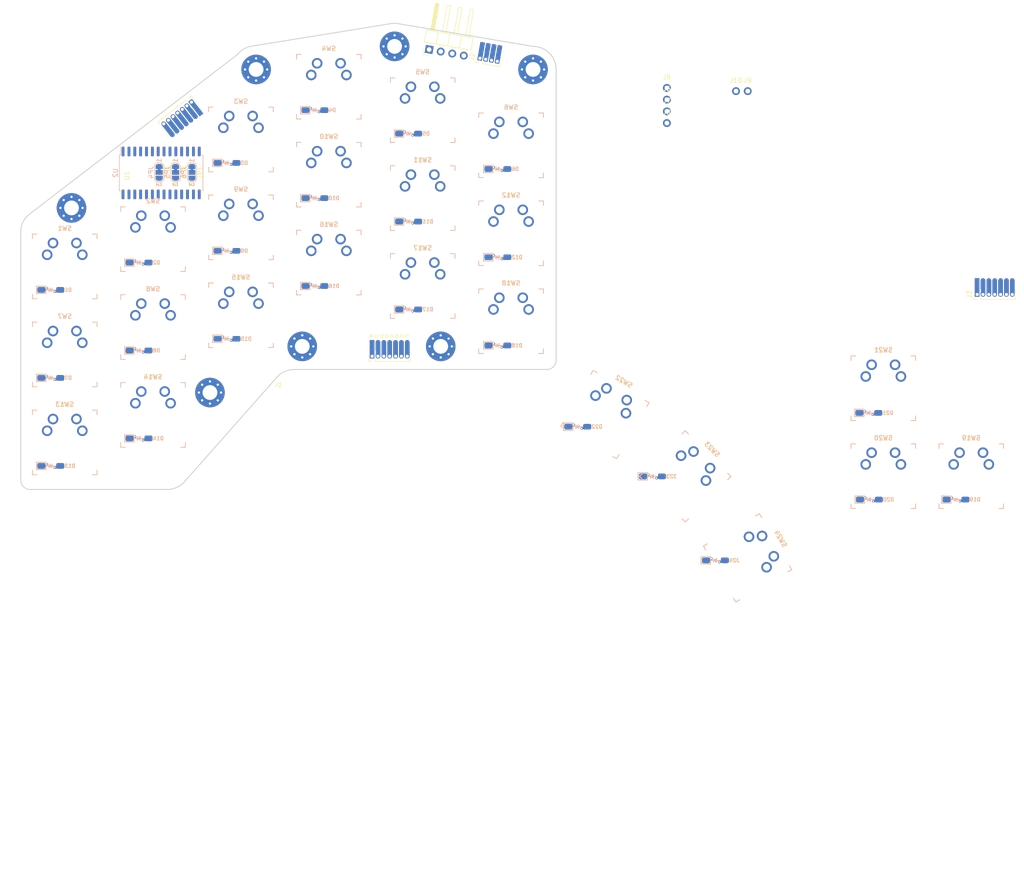
<source format=kicad_pcb>
(kicad_pcb (version 20221018) (generator pcbnew)
  (layers (0 "F.Cu" signal) (31 "B.Cu" signal) (34 "B.Paste" user) (35 "F.Paste" user) (36 "B.SilkS" user "B.Silkscreen") (37 "F.SilkS" user "F.Silkscreen") (38 "B.Mask" user) (39 "F.Mask" user) (44 "Edge.Cuts" user))
  (net 0 "")
  (net 1 "Net-(D1-K)")
  (net 2 "ROW1")
  (net 3 "Net-(D2-K)")
  (net 4 "Net-(D3-K)")
  (net 5 "Net-(D4-K)")
  (net 6 "Net-(D5-K)")
  (net 7 "Net-(D6-K)")
  (net 8 "Net-(D7-K)")
  (net 9 "ROW2")
  (net 10 "Net-(D8-K)")
  (net 11 "Net-(D9-K)")
  (net 12 "Net-(D10-K)")
  (net 13 "Net-(D11-K)")
  (net 14 "Net-(D12-K)")
  (net 15 "Net-(D13-K)")
  (net 16 "ROW3")
  (net 17 "Net-(D14-K)")
  (net 18 "Net-(D15-K)")
  (net 19 "Net-(D16-K)")
  (net 20 "Net-(D17-K)")
  (net 21 "Net-(D18-K)")
  (net 22 "Net-(D19-K)")
  (net 23 "ROW4")
  (net 24 "Net-(D20-K)")
  (net 25 "Net-(D21-K)")
  (net 26 "Net-(D22-K)")
  (net 27 "Net-(D23-K)")
  (net 28 "Net-(D24-K)")
  (net 29 "COL1")
  (net 30 "COL2")
  (net 31 "COL3")
  (net 32 "COL4")
  (net 33 "COL5")
  (net 34 "COL6")
  (net 35 "Net-(D19-A)")
  (net 36 "SCK")
  (net 37 "SDA")
  (net 38 "VDD")
  (net 39 "GND")
  (net 40 "Net-(J3-Pin_2)")
  (net 41 "Net-(J3-Pin_3)")
  (net 42 "Net-(J3-Pin_4)")
  (net 43 "Net-(J3-Pin_5)")
  (net 44 "Net-(J3-Pin_6)")
  (net 45 "Net-(J3-Pin_7)")
  (net 46 "Net-(JP1-C)")
  (net 47 "Net-(JP2-C)")
  (net 48 "Net-(JP3-C)")
  (net 49 "ROW5")
  (net 50 "ROW6")
  (net 51 "ROW7")
  (net 52 "ROW8")
  (net 53 "COL7")
  (net 54 "COL8")
  (net 55 "Net-(JP4-C)")
  (net 56 "Net-(JP5-C)")
  (net 57 "Net-(JP6-C)")
  (footprint "keyswitches:SW_MX_reversible" (layer "F.Cu") (at 186.497212 135.822267 -60)
    (fp_text reference "SW24")
    (fp_text value "SW_Push")
  )
  (footprint "project-local:MountingHole_3.2mm_M3_Pad_Via" (layer "F.Cu") (at 120 90)
    (fp_text reference "H6" hide)
    (fp_text value "MountingHole_Pad")
  )
  (footprint "reversible-kicad:D_SOD-123" (layer "F.Cu") (at 35.505204 115.90048)
    (fp_text reference "D13")
    (fp_text value "1N4148")
  )
  (footprint "keyswitches:SW_MX_reversible" (layer "F.Cu") (at 76.71 45.17)
    (fp_text reference "SW3")
    (fp_text value "SW_Push")
  )
  (footprint "keyswitches:SW_MX_reversible" (layer "F.Cu") (at 38.534204 91.752504)
    (fp_text reference "SW7")
    (fp_text value "SW_Push")
  )
  (footprint "reversible-kicad:D_SOD-123" (layer "F.Cu") (at 113.051 82)
    (fp_text reference "D17")
    (fp_text value "1N4148")
  )
  (footprint "reversible-kicad:D_SOD-123" (layer "F.Cu") (at 212.747616 104.410549)
    (fp_text reference "D21")
    (fp_text value "1N4148")
  )
  (footprint "keyswitches:SW_MX_reversible" (layer "F.Cu") (at 234.95 118.11)
    (fp_text reference "SW19")
    (fp_text value "SW_Push")
  )
  (footprint "keyswitches:SW_MX_reversible" (layer "F.Cu") (at 135.238 46.44)
    (fp_text reference "SW6")
    (fp_text value "SW_Push")
  )
  (footprint "reversible-kicad:D_SOD-123" (layer "F.Cu") (at 54.631 109.94)
    (fp_text reference "D14")
    (fp_text value "1N4148")
  )
  (footprint "keyswitches:SW_MX_reversible" (layer "F.Cu") (at 57.66 104.86)
    (fp_text reference "SW14")
    (fp_text value "SW_Push")
  )
  (footprint "keyswitches:SW_MX_reversible" (layer "F.Cu") (at 116.08 38.82)
    (fp_text reference "SW5")
    (fp_text value "SW_Push")
  )
  (footprint "project-local:PinHeader_1x07_P1.27mm_Vertical" (layer "F.Cu") (at 236.22 78.74 90)
    (fp_text reference "J3")
    (fp_text value "Conn_01x07_Socket")
  )
  (footprint "reversible-kicad:D_SOD-123" (layer "F.Cu") (at 54.631 71.84)
    (fp_text reference "D2")
    (fp_text value "1N4148")
  )
  (footprint "keyswitches:SW_MX_reversible" (layer "F.Cu") (at 57.66 85.81)
    (fp_text reference "SW8")
    (fp_text value "SW_Push")
  )
  (footprint "project-local:PinHeader_1x01_P2.54mm_Vertical" (layer "F.Cu") (at 169 36.54)
    (fp_text reference "J6")
    (fp_text value "Conn_01x01_Socket")
  )
  (footprint "project-local:PinHeader_1x04_P1.27mm_Vertical" (layer "F.Cu") (at 128.498588 27.558934 80)
    (fp_text reference "J2")
    (fp_text value "Conn_01x04_Socket")
  )
  (footprint "reversible-kicad:D_SOD-123" (layer "F.Cu") (at 92.731 38.82)
    (fp_text reference "D4")
    (fp_text value "1N4148")
  )
  (footprint "reversible-kicad:D_SOD-123" (layer "F.Cu") (at 212.871 123.19)
    (fp_text reference "D20")
    (fp_text value "1N4148")
  )
  (footprint "project-local:MountingHole_3.2mm_M3_Pad_Via" (layer "F.Cu") (at 140 30)
    (fp_text reference "H5" hide)
    (fp_text value "MountingHole_Pad" hide)
  )
  (footprint "keyswitches:SW_MX_reversible" (layer "F.Cu") (at 38.534204 110.820479)
    (fp_text reference "SW13")
    (fp_text value "SW_Push")
  )
  (footprint "reversible-kicad:D_SOD-123" (layer "F.Cu") (at 165.871856 118.171805)
    (fp_text reference "D23")
    (fp_text value "1N4148")
  )
  (footprint "project-local:PinHeader_1x01_P2.54mm_Vertical" (layer "F.Cu") (at 183.98 34.7)
    (fp_text reference "J10")
    (fp_text value "Conn_01x01_Socket")
  )
  (footprint "reversible-kicad:D_SOD-123" (layer "F.Cu") (at 132.37634 70.685281)
    (fp_text reference "D12")
    (fp_text value "1N4148")
  )
  (footprint "reversible-kicad:D_SOD-123" (layer "F.Cu") (at 132.37634 51.567186)
    (fp_text reference "D6")
    (fp_text value "1N4148")
  )
  (footprint "reversible-kicad:D_SOD-123" (layer "F.Cu") (at 132.37634 89.803376)
    (fp_text reference "D18")
    (fp_text value "1N4148")
  )
  (footprint "reversible-kicad:D_SOD-123" (layer "F.Cu") (at 179.513569 136.360755)
    (fp_text reference "D24")
    (fp_text value "1N4148")
  )
  (footprint "reversible-kicad:D_SOD-123" (layer "F.Cu") (at 35.505204 96.832504)
    (fp_text reference "D7")
    (fp_text value "1N4148")
  )
  (footprint "keyswitches:SW_MX_reversible" (layer "F.Cu") (at 76.71 64.22)
    (fp_text reference "SW9")
    (fp_text value "SW_Push")
  )
  (footprint "keyswitches:SW_MX_reversible" (layer "F.Cu") (at 215.9 99.06)
    (fp_text reference "SW21")
    (fp_text value "SW_Push")
  )
  (footprint "keyswitches:SW_MX_reversible" (layer "F.Cu") (at 76.71 83.27)
    (fp_text reference "SW15")
    (fp_text value "SW_Push")
  )
  (footprint "project-local:PinHeader_1x07_P1.27mm_Vertical" (layer "F.Cu") (at 66 37.09055 -52)
    (fp_text reference "J11" hide)
    (fp_text value "Conn_01x07_Socket" hide)
  )
  (footprint "keyswitches:SW_MX_reversible" (layer "F.Cu") (at 116.08 76.92)
    (fp_text reference "SW17")
    (fp_text value "SW_Push")
  )
  (footprint "keyswitches:SW_MX_reversible" (layer "F.Cu") (at 135.238 65.49)
    (fp_text reference "SW12")
    (fp_text value "SW_Push")
  )
  (footprint "reversible-kicad:D_SOD-123" (layer "F.Cu") (at 113.051 62.95)
    (fp_text reference "D11")
    (fp_text value "1N4148")
  )
  (footprint "Jumper:SolderJumper-3_P1.3mm_Bridged12_RoundedPad1.0x1.5mm_NumberLabels" (layer "F.Cu") (at 66.1 52.3 -90)
    (fp_text reference "JP1")
    (fp_text value "SolderJumper_3_Open" hide)
  )
  (footprint "keyswitches:SW_MX_reversible" (layer "F.Cu") (at 95.76 52.79)
    (fp_text reference "SW10")
    (fp_text value "SW_Push")
  )
  (footprint "Jumper:SolderJumper-3_P1.3mm_Bridged12_RoundedPad1.0x1.5mm_NumberLabels" (layer "F.Cu") (at 59 52.3 -90)
    (fp_text reference "JP3")
    (fp_text value "SolderJumper_3_Open" hide)
  )
  (footprint "Jumper:SolderJumper-3_P1.3mm_Bridged12_RoundedPad1.0x1.5mm_NumberLabels" (layer "F.Cu") (at 62.55 52.3 -90)
    (fp_text reference "JP2")
    (fp_text value "SolderJumper_3_Open" hide)
  )
  (footprint "reversible-kicad:D_SOD-123" (layer "F.Cu") (at 231.629 123.19)
    (fp_text reference "D19")
    (fp_text value "1N4148")
  )
  (footprint "Connector_PinHeader_2.54mm:PinHeader_1x04_P2.54mm_Horizontal" (layer "F.Cu") (at 117.495765 25.676801 80)
    (fp_text reference "J1")
    (fp_text value "Conn_01x04")
  )
  (footprint "reversible-kicad:D_SOD-123" (layer "F.Cu") (at 73.681 69.3)
    (fp_text reference "D9")
    (fp_text value "1N4148")
  )
  (footprint "reversible-kicad:D_SOD-123" (layer "F.Cu") (at 54.631 90.89)
    (fp_text reference "D8")
    (fp_text value "1N4148")
  )
  (footprint "keyswitches:SW_MX_reversible" (layer "F.Cu") (at 95.76 71.84)
    (fp_text reference "SW16")
    (fp_text value "SW_Push")
  )
  (footprint "keyswitches:SW_MX_reversible" (layer "F.Cu") (at 172.975163 118.171805 -45)
    (fp_text reference "SW23")
    (fp_text value "SW_Push")
  )
  (footprint "reversible-kicad:D_SOD-123" (layer "F.Cu") (at 92.731 57.87)
    (fp_text reference "D10")
    (fp_text value "1N4148")
  )
  (footprint "keyswitches:SW_MX_reversible" (layer "F.Cu") (at 95.76 33.74)
    (fp_text reference "SW4")
    (fp_text value "SW_Push")
  )
  (footprint "project-local:PinHeader_1x01_P2.54mm_Vertical" (layer "F.Cu") (at 169 34)
    (fp_text reference "J5")
    (fp_text value "Conn_01x01_Socket")
  )
  (footprint "reversible-kicad:D_SOD-123" (layer "F.Cu") (at 35.505204 77.764529)
    (fp_text reference "D1")
    (fp_text value "1N4148")
  )
  (footprint "reversible-kicad:D_SOD-123" (layer "F.Cu") (at 73.681 50.25)
    (fp_text reference "D3")
    (fp_text value "1N4148")
  )
  (footprint "keyswitches:SW_MX_reversible" (layer "F.Cu") (at 116.08 57.87)
    (fp_text reference "SW11")
    (fp_text value "SW_Push")
  )
  (footprint "keyswitches:SW_MX_reversible" (layer "F.Cu") (at 155.56403 104.76942 -30)
    (fp_text reference "SW22")
    (fp_text value "SW_Push")
  )
  (footprint "reversible-kicad:D_SOD-123" (layer "F.Cu") (at 92.731 76.92)
    (fp_text reference "D16")
    (fp_text value "1N4148")
  )
  (footprint "keyswitches:SW_MX_reversible" (layer "F.Cu") (at 38.534204 72.684529)
    (fp_text reference "SW1")
    (fp_text value "SW_Push")
  )
  (footprint "reversible-kicad:D_SOD-123" (layer "F.Cu") (at 113.051 43.9)
    (fp_text reference "D5")
    (fp_text value "1N4148")
  )
  (footprint "reversible-kicad:D_SOD-123" (layer "F.Cu") (at 149.683777 107.402031)
    (fp_text reference "D22")
    (fp_text value "1N4148")
  )
  (footprint "project-local:MountingHole_3.2mm_M3_Pad_Via" (layer "F.Cu") (at 90 90)
    (fp_text reference "H7" hide)
    (fp_text value "MountingHole_Pad")
  )
  (footprint "keyswitches:SW_MX_reversible" (layer "F.Cu") (at 135.238 84.54)
    (fp_text reference "SW18")
    (fp_text value "SW_Push")
  )
  (footprint "project-local:PinHeader_1x07_P1.27mm_Vertical" (layer "F.Cu") (at 105.13 92.13 90)
    (fp_text reference "J4" hide)
    (fp_text value "Conn_01x07_Pin" hide)
  )
  (footprint "project-local:PinHeader_1x01_P2.54mm_Vertical" (layer "F.Cu") (at 169 39.08)
    (fp_text reference "J7")
    (fp_text value "Conn_01x01_Socket")
  )
  (footprint "reversible-kicad:D_SOD-123" (layer "F.Cu") (at 73.681 88.35)
    (fp_text reference "D15")
    (fp_text value "1N4148")
  )
  (footprint "project-local:PinHeader_1x01_P2.54mm_Vertical" (layer "F.Cu") (at 169 41.62)
    (fp_text reference "J8")
    (fp_text value "Conn_01x01_Socket")
  )
  (footprint "keyswitches:SW_MX_reversible" (layer "F.Cu") (at 57.66 66.76)
    (fp_text reference "SW2")
    (fp_text value "SW_Push")
  )
  (footprint "Package_SO:SOIC-28W_7.5x17.9mm_P1.27mm" (layer "F.Cu") (at 59.42471 52.42271 90)
    (fp_text reference "U1")
    (fp_text value "MCP23017_SO")
  )
  (footprint "keyswitches:SW_MX_reversible" (layer "F.Cu") (at 215.9 118.11)
    (fp_text reference "SW20")
    (fp_text value "SW_Push")
  )
  (footprint "project-local:PinHeader_1x01_P2.54mm_Vertical" (layer "F.Cu") (at 186.52 34.7)
    (fp_text reference "J9")
    (fp_text value "Conn_01x01_Socket")
  )
  (footprint "project-local:MountingHole_3.2mm_M3_Pad_Via" (layer "B.Cu") (at 70 100 180)
    (fp_text reference "H4" hide)
    (fp_text value "MountingHole_Pad" hide)
  )
  (footprint "project-local:MountingHole_3.2mm_M3_Pad_Via" (layer "B.Cu") (at 80 30 180)
    (fp_text reference "H2" hide)
    (fp_text value "MountingHole_Pad" hide)
  )
  (footprint "project-local:MountingHole_3.2mm_M3_Pad_Via" (layer "B.Cu") (at 40 60 180)
    (fp_text reference "H3" hide)
    (fp_text value "MountingHole_Pad" hide)
  )
  (footprint "Jumper:SolderJumper-3_P1.3mm_Bridged12_RoundedPad1.0x1.5mm_NumberLabels" (layer "B.Cu") (at 66.1 52.3 -90)
    (fp_text reference "JP6")
    (fp_text value "SolderJumper_3_Open" hide)
  )
  (footprint "project-local:MountingHole_3.2mm_M3_Pad_Via" (layer "B.Cu") (at 110 25 180)
    (fp_text reference "H1" hide)
    (fp_text value "MountingHole_Pad" hide)
  )
  (footprint "Package_SO:SOIC-28W_7.5x17.9mm_P1.27mm" (layer "B.Cu") (at 59.42471 52.42271 -90)
    (fp_text reference "U2")
    (fp_text value "MCP23017_SO")
  )
  (footprint "Jumper:SolderJumper-3_P1.3mm_Bridged12_RoundedPad1.0x1.5mm_NumberLabels" (layer "B.Cu") (at 62.55 52.3 -90)
    (fp_text reference "JP5")
    (fp_text value "SolderJumper_3_Open" hide)
  )
  (footprint "Jumper:SolderJumper-3_P1.3mm_Bridged12_RoundedPad1.0x1.5mm_NumberLabels" (layer "B.Cu") (at 59 52.3 -90)
    (fp_text reference "JP4")
    (fp_text value "SolderJumper_3_Open" hide)
  )
  (gr_line (start 145 30.000046) (end 145 93) (stroke (width 0.2)) (layer "Edge.Cuts"))
  (gr_arc (start 145 93) (mid 144.414214 94.414214) (end 143 95) (stroke (width 0.2)) (layer "Edge.Cuts"))
  (gr_line (start 60.747479 121) (end 31 121) (stroke (width 0.2)) (layer "Edge.Cuts"))
  (gr_arc (start 64.492462 119.312869) (mid 62.801213 120.55874) (end 60.747479 121) (stroke (width 0.2)) (layer "Edge.Cuts"))
  (gr_line (start 29 119) (end 29 65.24533) (stroke (width 0.2)) (layer "Edge.Cuts"))
  (gr_line (start 143 95) (end 88.252521 95) (stroke (width 0.2)) (layer "Edge.Cuts"))
  (gr_arc (start 109.019419 20.097094) (mid 110.154822 20.002395) (end 111.282186 20.167192) (stroke (width 0.2)) (layer "Edge.Cuts"))
  (gr_line (start 84.507538 96.687131) (end 64.492462 119.312869) (stroke (width 0.2)) (layer "Edge.Cuts"))
  (gr_arc (start 75.988554 26.735523) (mid 77.157254 25.679432) (end 78.589647 25.024117) (stroke (width 0.2)) (layer "Edge.Cuts"))
  (gr_line (start 30.678181 61.508284) (end 75.988554 26.735523) (stroke (width 0.2)) (layer "Edge.Cuts"))
  (gr_arc (start 31 121) (mid 29.585786 120.414214) (end 29 119) (stroke (width 0.2)) (layer "Edge.Cuts"))
  (gr_line (start 78.589647 25.024117) (end 109.019419 20.097094) (stroke (width 0.2)) (layer "Edge.Cuts"))
  (gr_arc (start 84.507538 96.687131) (mid 86.198787 95.44126) (end 88.252521 95) (stroke (width 0.2)) (layer "Edge.Cuts"))
  (gr_arc (start 140 25) (mid 143.53555 26.464482) (end 145 30.000046) (stroke (width 0.2)) (layer "Edge.Cuts"))
  (gr_arc (start 29 65.24533) (mid 29.4388 63.19705) (end 30.678181 61.508284) (stroke (width 0.2)) (layer "Edge.Cuts"))
  (gr_line (start 111.282186 20.167192) (end 140 25) (stroke (width 0.2)) (layer "Edge.Cuts"))
  (gr_text "R4 C1 C2 C3 C4 C5 C5 C7\n" (at 104.591968 88.13) (layer "F.SilkS") (effects (font (size 0.6 0.4) (thickness 0.1) bold) (justify left bottom)))
)
</source>
